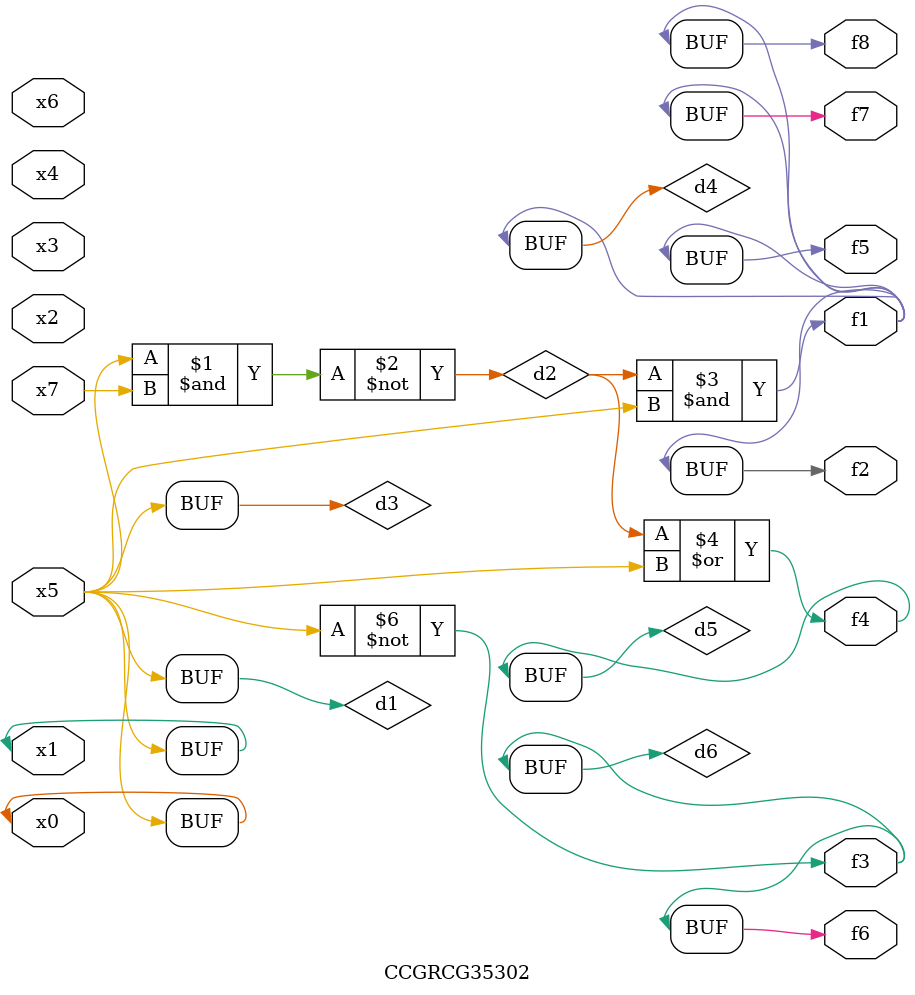
<source format=v>
module CCGRCG35302(
	input x0, x1, x2, x3, x4, x5, x6, x7,
	output f1, f2, f3, f4, f5, f6, f7, f8
);

	wire d1, d2, d3, d4, d5, d6;

	buf (d1, x0, x5);
	nand (d2, x5, x7);
	buf (d3, x0, x1);
	and (d4, d2, d3);
	or (d5, d2, d3);
	nor (d6, d1, d3);
	assign f1 = d4;
	assign f2 = d4;
	assign f3 = d6;
	assign f4 = d5;
	assign f5 = d4;
	assign f6 = d6;
	assign f7 = d4;
	assign f8 = d4;
endmodule

</source>
